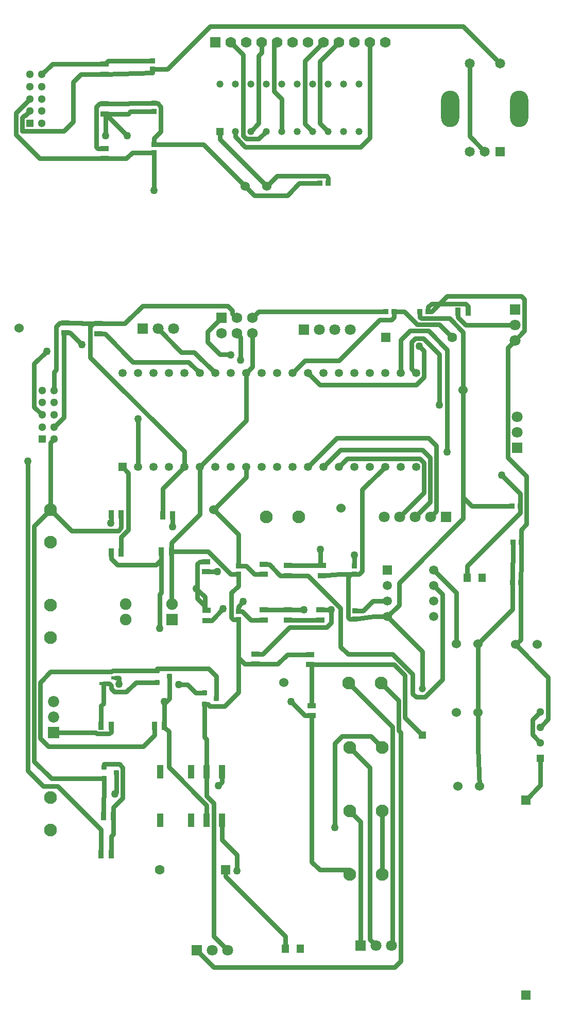
<source format=gtl>
G04*
G04 #@! TF.GenerationSoftware,Altium Limited,Altium Designer,24.4.1 (13)*
G04*
G04 Layer_Physical_Order=1*
G04 Layer_Color=255*
%FSLAX44Y44*%
%MOMM*%
G71*
G04*
G04 #@! TF.SameCoordinates,E03DAD19-A1D4-479A-945F-AA05C0C5925B*
G04*
G04*
G04 #@! TF.FilePolarity,Positive*
G04*
G01*
G75*
%ADD21R,1.0000X2.2000*%
%ADD25C,1.3000*%
%ADD26R,1.3000X1.3000*%
%ADD28C,1.2000*%
%ADD29R,1.2000X1.2000*%
%ADD30R,1.6000X1.6000*%
%ADD31C,1.6000*%
%ADD50C,1.3500*%
%ADD51R,1.3500X1.3500*%
%ADD55R,1.3500X0.8500*%
%ADD56R,0.9500X0.8500*%
%ADD57R,0.8500X0.9500*%
%ADD58R,0.8500X1.3500*%
G04:AMPARAMS|DCode=59|XSize=0.9mm|YSize=0.8mm|CornerRadius=0.1mm|HoleSize=0mm|Usage=FLASHONLY|Rotation=0.000|XOffset=0mm|YOffset=0mm|HoleType=Round|Shape=RoundedRectangle|*
%AMROUNDEDRECTD59*
21,1,0.9000,0.6000,0,0,0.0*
21,1,0.7000,0.8000,0,0,0.0*
1,1,0.2000,0.3500,-0.3000*
1,1,0.2000,-0.3500,-0.3000*
1,1,0.2000,-0.3500,0.3000*
1,1,0.2000,0.3500,0.3000*
%
%ADD59ROUNDEDRECTD59*%
%ADD60R,1.2600X1.4100*%
%ADD61R,1.3400X0.6000*%
%ADD62C,0.7620*%
%ADD63R,1.5000X1.5000*%
%ADD64C,1.5000*%
%ADD65C,1.5240*%
%ADD66C,2.1000*%
%ADD67C,1.2880*%
%ADD68R,1.2880X1.2880*%
%ADD69R,1.8000X1.8000*%
%ADD70C,1.8000*%
%ADD71R,1.5240X1.5240*%
%ADD72R,1.8450X1.8450*%
%ADD73C,1.8450*%
%ADD74R,1.9050X1.9050*%
%ADD75C,1.9050*%
%ADD76C,1.7780*%
%ADD77R,1.7780X1.7780*%
%ADD78C,1.1900*%
%ADD79R,1.1900X1.1900*%
%ADD80R,1.6500X1.6500*%
%ADD81C,1.6500*%
%ADD82O,3.0000X6.0000*%
%ADD83R,1.8000X1.8000*%
%ADD84C,1.7500*%
%ADD85R,1.7500X1.7500*%
%ADD86C,1.2700*%
D21*
X971550Y594990D02*
D03*
X1022350D02*
D03*
X1047750D02*
D03*
X1073150D02*
D03*
Y514990D02*
D03*
X1047750D02*
D03*
X1022350D02*
D03*
X971550D02*
D03*
D25*
X777080Y1739260D02*
D03*
Y1719260D02*
D03*
Y1699260D02*
D03*
Y1679260D02*
D03*
Y1659260D02*
D03*
X757080Y1739260D02*
D03*
Y1719260D02*
D03*
Y1699260D02*
D03*
Y1679260D02*
D03*
X797240Y1220780D02*
D03*
Y1200780D02*
D03*
Y1180780D02*
D03*
Y1160780D02*
D03*
Y1140780D02*
D03*
X777240Y1220780D02*
D03*
Y1200780D02*
D03*
Y1180780D02*
D03*
Y1160780D02*
D03*
D26*
X757080Y1659260D02*
D03*
X777240Y1140780D02*
D03*
D28*
X1402080Y731580D02*
D03*
D29*
Y655320D02*
D03*
D30*
X1342620Y1308100D02*
D03*
X1079270Y434340D02*
D03*
D31*
X1451380Y1308100D02*
D03*
X970510Y434340D02*
D03*
D50*
X909320Y1249362D02*
D03*
X934720D02*
D03*
X960120D02*
D03*
X985520D02*
D03*
X1010920D02*
D03*
X1036320D02*
D03*
X1061720D02*
D03*
X1087120D02*
D03*
X1112520D02*
D03*
X1137920D02*
D03*
X1163320D02*
D03*
X1188720D02*
D03*
X1214120D02*
D03*
X1239520D02*
D03*
X1264920D02*
D03*
X1290320D02*
D03*
X1315720D02*
D03*
X1341120D02*
D03*
X1366520D02*
D03*
X1391920D02*
D03*
Y1095058D02*
D03*
X1366520D02*
D03*
X1341120D02*
D03*
X1315720D02*
D03*
X1290320D02*
D03*
X1264920D02*
D03*
X1239520D02*
D03*
X1214120D02*
D03*
X1188720D02*
D03*
X1163320D02*
D03*
X1137920D02*
D03*
X1112520D02*
D03*
X1087120D02*
D03*
X1061720D02*
D03*
X1036320D02*
D03*
X1010920D02*
D03*
X985520D02*
D03*
X960120D02*
D03*
X934720D02*
D03*
D51*
X909320D02*
D03*
D55*
X1141730Y918850D02*
D03*
Y935350D02*
D03*
X1127760Y771530D02*
D03*
Y788030D02*
D03*
X1220470Y687070D02*
D03*
Y703570D02*
D03*
X1217930Y770890D02*
D03*
Y787390D02*
D03*
X1047750Y843280D02*
D03*
Y859780D02*
D03*
X1046480Y923290D02*
D03*
Y939790D02*
D03*
X1181100Y860420D02*
D03*
Y843920D02*
D03*
Y916940D02*
D03*
Y933440D02*
D03*
X1236980Y916940D02*
D03*
Y933440D02*
D03*
X1234440Y843920D02*
D03*
Y860420D02*
D03*
X1141730Y843920D02*
D03*
Y860420D02*
D03*
X880110Y1739900D02*
D03*
Y1756400D02*
D03*
Y1674500D02*
D03*
Y1691000D02*
D03*
Y1601480D02*
D03*
Y1617980D02*
D03*
X869950Y1313820D02*
D03*
Y1330320D02*
D03*
X815340Y1315090D02*
D03*
Y1331590D02*
D03*
D56*
X1099820Y858520D02*
D03*
Y845020D02*
D03*
Y932980D02*
D03*
Y919480D02*
D03*
X1291590Y859320D02*
D03*
Y845820D02*
D03*
X1290320Y932580D02*
D03*
Y919080D02*
D03*
X958850Y1761890D02*
D03*
Y1748390D02*
D03*
X961390Y1692040D02*
D03*
Y1678540D02*
D03*
Y1624730D02*
D03*
Y1611230D02*
D03*
D57*
X1355490Y1350010D02*
D03*
X1341990D02*
D03*
X1234040Y1560830D02*
D03*
X1247540D02*
D03*
X1563770Y905510D02*
D03*
X1550270D02*
D03*
X1564640Y971550D02*
D03*
X1551140D02*
D03*
X1562900Y1031240D02*
D03*
X1549400D02*
D03*
X1411770Y1350010D02*
D03*
X1398270D02*
D03*
D58*
X890900Y459740D02*
D03*
X874400D02*
D03*
X894710Y521970D02*
D03*
X878210D02*
D03*
X962030Y670560D02*
D03*
X978530D02*
D03*
X874400D02*
D03*
X890900D02*
D03*
X907410Y955040D02*
D03*
X890910D02*
D03*
X989960Y956310D02*
D03*
X973460D02*
D03*
X991860Y1016000D02*
D03*
X975360D02*
D03*
X907410Y1017270D02*
D03*
X890910D02*
D03*
X1461140Y1350010D02*
D03*
X1477640D02*
D03*
D59*
X879160Y602590D02*
D03*
Y583590D02*
D03*
X899160Y593090D02*
D03*
X966470Y760730D02*
D03*
Y741730D02*
D03*
X986470Y751230D02*
D03*
X1044100Y724510D02*
D03*
Y705510D02*
D03*
X1064100Y715010D02*
D03*
D60*
X1201890Y304800D02*
D03*
X1177290D02*
D03*
X1500740Y913130D02*
D03*
X1476140D02*
D03*
D61*
X897890Y749300D02*
D03*
X878190Y739800D02*
D03*
X878090Y758800D02*
D03*
D62*
X991860Y1016000D02*
X991865Y1015995D01*
Y996955D02*
Y1015995D01*
Y996955D02*
X991870Y996950D01*
X1046480Y923290D02*
X1046525Y923245D01*
X1065395D01*
X1065440Y923200D01*
X1050290Y956310D02*
X1087120Y919480D01*
X989960Y956310D02*
X1050290D01*
X1086148Y1279862D02*
X1087120Y1278890D01*
X1069638Y1279862D02*
X1086148D01*
X1049020Y1300480D02*
X1069638Y1279862D01*
X1244600Y832358D02*
X1252220Y839978D01*
X1234440Y860420D02*
X1234760Y860740D01*
X1251900D01*
X1252220Y839978D02*
Y861060D01*
X1251900Y860740D02*
X1252220Y861060D01*
X1184280Y832358D02*
X1244600D01*
X970280Y830580D02*
Y886258D01*
X972820Y888798D01*
Y943102D01*
X1430528Y1363218D02*
X1473322D01*
X1417320D02*
X1430528D01*
X1442974Y1375664D01*
X1417320Y1350010D02*
X1430528Y1363218D01*
X861060Y1330320D02*
X869950D01*
X843280D02*
X861060D01*
X1469390Y1045210D02*
Y1221740D01*
Y1010412D02*
Y1045210D01*
X1265790Y919080D02*
X1285094D01*
X1099820Y725759D02*
Y782320D01*
X903478Y739140D02*
Y749300D01*
X897890D02*
X903478D01*
X881380Y1638808D02*
Y1674500D01*
X918718D01*
X1032606Y894239D02*
X1045210Y881634D01*
X1030986Y895858D02*
X1032606Y894239D01*
X1045210Y859780D02*
Y881634D01*
X1044702Y859780D02*
X1045210D01*
X1032606Y894239D02*
Y936075D01*
Y879396D02*
Y894239D01*
X1044702Y859780D02*
Y867299D01*
X1353058Y309880D02*
Y668782D01*
X1233678Y433832D02*
X1282700D01*
X978530Y706882D02*
X986470Y714822D01*
X978530Y706882D02*
Y709930D01*
X1220470Y770890D02*
X1355852D01*
X1220470Y703570D02*
Y770890D01*
X813054Y1176594D02*
Y1315090D01*
X1234440Y933440D02*
X1236980D01*
X1234440D02*
Y959866D01*
X973460Y953770D02*
Y956310D01*
Y943742D02*
Y953770D01*
X972820Y943102D02*
X973460Y943742D01*
X964438Y934720D02*
X972820Y943102D01*
X966470Y764540D02*
X1051400D01*
X879160Y607314D02*
X904240D01*
X1563770Y811930D02*
Y905510D01*
X1555750Y803910D02*
X1563770Y811930D01*
X1564640Y939400D02*
Y971550D01*
X1563770Y905510D02*
X1564640Y939400D01*
X856742Y1326002D02*
X861060Y1330320D01*
X856742Y1274622D02*
Y1326002D01*
Y1274622D02*
X1010920Y1120444D01*
Y1095058D02*
Y1120444D01*
X1564640Y971550D02*
Y992378D01*
X1573530Y1001268D01*
Y1080262D01*
X1542796Y1110996D02*
X1573530Y1080262D01*
X1542796Y1110996D02*
Y1291336D01*
X1554480Y1303020D01*
X1112520Y1249362D02*
X1122680Y1259522D01*
Y1314450D01*
X1344930Y849630D02*
X1363980Y868680D01*
Y905002D01*
X1469390Y1010412D01*
X1493520Y634492D02*
Y692150D01*
Y634492D02*
X1496060Y571500D01*
X1583436Y680466D02*
X1596390Y693420D01*
X1583436Y655574D02*
Y680466D01*
Y655574D02*
X1596390Y642620D01*
X1493520Y805180D02*
X1550270Y861930D01*
Y905510D01*
X1047750Y554990D02*
Y594990D01*
Y554990D02*
X1059180Y543560D01*
Y325120D02*
Y543560D01*
Y325120D02*
X1082040Y302260D01*
X791210Y1024890D02*
Y1134750D01*
X797240Y1140780D01*
X989960Y956310D02*
Y970788D01*
X1036320Y1017148D01*
Y1095058D01*
X989960Y884550D02*
Y956310D01*
Y884550D02*
X990600Y869950D01*
X1087120Y919480D02*
X1099820D01*
X1322070Y849630D02*
X1344930D01*
X1291590Y845820D02*
X1322070Y849630D01*
X1236980Y916940D02*
X1265790Y919080D01*
X1132840Y1350010D02*
X1341990D01*
X1122680Y1339850D02*
X1132840Y1350010D01*
X1532465Y1081957D02*
X1562900Y1051522D01*
Y1031240D02*
Y1051522D01*
X1200404Y1560830D02*
X1234040D01*
X1180338Y1540764D02*
X1200404Y1560830D01*
X1126236Y1540764D02*
X1180338D01*
X1111250Y1555750D02*
X1126236Y1540764D01*
X881380Y1674500D02*
X917072Y1638808D01*
X880110Y1674500D02*
X881380D01*
X958850Y1742440D02*
Y1748390D01*
X880110Y1739900D02*
X958850Y1742440D01*
X1479950Y1637900D02*
Y1757750D01*
Y1637900D02*
X1504950Y1612900D01*
X1069340Y1633220D02*
X1146810Y1555750D01*
X1069340Y1633220D02*
Y1645920D01*
X1099820Y932980D02*
Y984250D01*
X1059180Y1024890D02*
X1099820Y984250D01*
X1047750Y843280D02*
X1055878D01*
X1075182Y862584D01*
X1290320Y932580D02*
Y950976D01*
X1596390Y572730D02*
Y617220D01*
X1572260Y548600D02*
X1596390Y572730D01*
X1334770Y740410D02*
X1363218Y711962D01*
Y663045D02*
Y711962D01*
Y663045D02*
X1366774Y659489D01*
Y284480D02*
Y659489D01*
X1356614Y274320D02*
X1366774Y284480D01*
X1059180Y274320D02*
X1356614D01*
X1031240Y302260D02*
X1059180Y274320D01*
X1315974Y319786D02*
X1325880Y309880D01*
X1315974Y319786D02*
Y601726D01*
X1282700Y635000D02*
X1315974Y601726D01*
X1300480Y309880D02*
Y513080D01*
X1282700Y530860D02*
X1300480Y513080D01*
X899160Y560832D02*
Y593090D01*
X897128Y558800D02*
X899160Y560832D01*
X907410Y955040D02*
Y980186D01*
X919226Y992002D01*
Y1085152D01*
X909320Y1095058D02*
X919226Y1085152D01*
X934720Y1095058D02*
Y1174496D01*
X1461140Y1340480D02*
Y1350010D01*
Y1340480D02*
X1473200Y1328420D01*
X1554480D01*
X1373378Y684022D02*
X1402080Y655320D01*
X1373378Y684022D02*
Y753364D01*
X1355852Y770890D02*
X1373378Y753364D01*
X1217930Y770890D02*
X1220470D01*
X1443482Y1120140D02*
Y1287424D01*
X1412392Y1318514D02*
X1443482Y1287424D01*
X1381760Y1318514D02*
X1412392D01*
X1366520Y1303274D02*
X1381760Y1318514D01*
X1366520Y1249362D02*
Y1303274D01*
X1049020Y1316990D02*
X1071880Y1339850D01*
X1049020Y1300480D02*
Y1316990D01*
X1397508Y1293114D02*
X1405128Y1285494D01*
Y1242822D02*
Y1285494D01*
X1391920Y1229614D02*
X1405128Y1242822D01*
X1233868Y1229614D02*
X1391920D01*
X1214120Y1249362D02*
X1233868Y1229614D01*
X764286Y1264412D02*
X785114Y1285240D01*
X764286Y1193734D02*
Y1264412D01*
Y1193734D02*
X777240Y1180780D01*
X1139952Y788030D02*
X1184280Y832358D01*
X1127760Y788030D02*
X1139952D01*
X1181100Y916940D02*
X1214628D01*
X1267968Y863600D01*
Y799846D02*
Y863600D01*
Y799846D02*
X1280160Y787654D01*
X1353566D01*
X1386586Y754634D01*
Y723138D02*
Y754634D01*
Y723138D02*
X1391920Y717804D01*
X1406398D01*
X1435100Y746506D01*
Y886460D01*
X1421130Y900430D02*
X1435100Y886460D01*
X1315720Y1635506D02*
Y1791970D01*
X1300480Y1620266D02*
X1315720Y1635506D01*
X1111359Y1620266D02*
X1300480D01*
X1094740Y1636885D02*
X1111359Y1620266D01*
X1094740Y1636885D02*
Y1645920D01*
X1282954Y845820D02*
X1291590D01*
X1280414Y848360D02*
X1282954Y845820D01*
X1280414Y848360D02*
Y914400D01*
X1285094Y919080D01*
X1290320D01*
X823336Y1315090D02*
X842518Y1295908D01*
X815340Y1315090D02*
X823336D01*
X1355490Y1350010D02*
X1372616D01*
X1393952Y1328674D01*
X1430806D01*
X1451380Y1308100D01*
X1398270Y1341120D02*
Y1350010D01*
Y1341120D02*
X1400556Y1338834D01*
X1447039D01*
X1469390Y1316483D01*
Y1221740D02*
Y1316483D01*
X1384808Y1256475D02*
X1391920Y1249362D01*
X1384808Y1256475D02*
Y1300480D01*
X1390650Y1306322D01*
X1404138D01*
X1430782Y1279678D01*
Y1197102D02*
Y1279678D01*
X792582Y583590D02*
X879160D01*
X764032Y612140D02*
X792582Y583590D01*
X764032Y612140D02*
Y997712D01*
X791210Y1024890D01*
X874400Y459740D02*
Y499994D01*
X803148Y571246D02*
X874400Y499994D01*
X779272Y571246D02*
X803148D01*
X753872Y596646D02*
X779272Y571246D01*
X753872Y596646D02*
Y1104392D01*
X1239520Y1095058D02*
X1267905Y1123442D01*
X1402080D01*
X1415288Y1110234D01*
Y1038098D02*
Y1110234D01*
X1390650Y1013460D02*
X1415288Y1038098D01*
X1264920Y1095058D02*
X1278827Y1108964D01*
X1398524D01*
X1405128Y1102360D01*
Y1053338D02*
Y1102360D01*
X1365250Y1013460D02*
X1405128Y1053338D01*
X1416050Y1013460D02*
X1425448Y1022858D01*
Y1129792D01*
X1412240Y1143000D02*
X1425448Y1129792D01*
X1262063Y1143000D02*
X1412240D01*
X1214120Y1095058D02*
X1262063Y1143000D01*
X1209040Y687070D02*
X1220470D01*
X1186180Y709930D02*
X1209040Y687070D01*
X1318006Y653034D02*
X1336040Y635000D01*
X1270000Y653034D02*
X1318006D01*
X1258316Y641350D02*
X1270000Y653034D01*
X1258316Y503936D02*
Y641350D01*
X1073150Y578358D02*
Y594990D01*
X1066800Y572008D02*
X1073150Y578358D01*
X1177290Y304800D02*
Y324752D01*
X1079270Y422772D02*
X1177290Y324752D01*
X1079270Y422772D02*
Y434340D01*
X1073150Y483108D02*
Y514990D01*
Y483108D02*
X1097280Y458978D01*
Y432562D02*
Y458978D01*
X1045210Y859780D02*
X1047750D01*
X1032606Y879396D02*
X1044702Y867299D01*
X1032606Y936075D02*
X1036320Y939790D01*
X1046480D01*
X961390Y1549146D02*
Y1611230D01*
X869950Y1330320D02*
X913252D01*
X942848Y1359916D01*
X1082040D01*
X1090168Y1351788D01*
Y1346962D02*
Y1351788D01*
Y1346962D02*
X1097280Y1339850D01*
X1234186Y1761236D02*
X1264920Y1791970D01*
X1234186Y1658874D02*
Y1761236D01*
Y1658874D02*
X1247140Y1645920D01*
X1103630Y1270508D02*
Y1308100D01*
X1097280Y1314450D02*
X1103630Y1308100D01*
X1209294Y1658366D02*
X1221740Y1645920D01*
X1209294Y1658366D02*
Y1761744D01*
X1239520Y1791970D01*
X1170940Y1645920D02*
Y1699006D01*
X1158494Y1711452D02*
X1170940Y1699006D01*
X1158494Y1711452D02*
Y1787144D01*
X1163320Y1791970D01*
X1133094Y1633474D02*
X1145540Y1645920D01*
X1112520Y1633474D02*
X1133094D01*
X1107440Y1638554D02*
X1112520Y1633474D01*
X1107440Y1638554D02*
Y1771650D01*
X1087120Y1791970D02*
X1107440Y1771650D01*
X958850Y1748390D02*
X983488D01*
X1053230Y1818132D01*
X1469568D01*
X1529950Y1757750D01*
X1137920Y1774952D02*
Y1791970D01*
X1133094Y1770126D02*
X1137920Y1774952D01*
X1133094Y1658874D02*
Y1770126D01*
X1120140Y1645920D02*
X1133094Y1658874D01*
X1181100Y860420D02*
X1207770D01*
X797240Y1220780D02*
Y1251269D01*
X800703Y1254732D01*
Y1325880D01*
X806413Y1331590D01*
X815340D01*
X869950Y1313820D02*
X880486D01*
X926846Y1267460D01*
X1018223D01*
X1036320Y1249362D01*
X734070Y1676250D02*
X757080Y1699260D01*
X734070Y1640840D02*
Y1676250D01*
Y1640840D02*
X773429Y1601480D01*
X880110D01*
X749930Y1672110D02*
X757080Y1679260D01*
X747560Y1672110D02*
X749930D01*
X744230Y1668780D02*
X747560Y1672110D01*
X744230Y1646410D02*
Y1668780D01*
Y1646410D02*
X744465Y1646174D01*
X812800D01*
X828802Y1662176D01*
Y1727200D01*
X841502Y1739900D01*
X880110D01*
X961390Y1624730D02*
X1042270D01*
X1111250Y1555750D01*
X1476140Y913130D02*
Y933088D01*
X1562900Y1019848D01*
Y1031240D01*
X1188720Y1249362D02*
X1209358Y1270000D01*
X1265174D01*
X1332122Y1336948D01*
X1351318D01*
X1355490Y1341120D01*
Y1350010D01*
X893360Y760730D02*
X966470D01*
X891430Y758800D02*
X893360Y760730D01*
X878090Y758800D02*
X891430D01*
X931278Y741730D02*
X966470D01*
X915988Y726440D02*
X931278Y741730D01*
X895858Y726440D02*
X915988D01*
X890778Y731520D02*
X895858Y726440D01*
X890778Y731520D02*
Y736600D01*
X887578Y739800D02*
X890778Y736600D01*
X878190Y739800D02*
X887578D01*
X1002284Y737870D02*
X1016356D01*
X1029716Y724510D01*
X1044100D01*
X1469390Y1045210D02*
X1483360Y1031240D01*
X1549400D01*
X962030Y654690D02*
Y670560D01*
X943864Y636524D02*
X962030Y654690D01*
X787908Y636524D02*
X943864D01*
X774192Y650240D02*
X787908Y636524D01*
X774192Y650240D02*
Y741680D01*
X791312Y758800D01*
X878090D01*
X966470Y760730D02*
Y764540D01*
X1051400D02*
X1064100Y751840D01*
Y715010D02*
Y751840D01*
X1076960Y702899D02*
X1099820Y725759D01*
X1053155Y702899D02*
X1076960D01*
X1050544Y705510D02*
X1053155Y702899D01*
X1044100Y705510D02*
X1050544D01*
X967740Y1322070D02*
X1006094Y1283716D01*
X1027366D01*
X1061720Y1249362D01*
X1099820Y858520D02*
Y866140D01*
X1107948Y874268D01*
X907410Y995040D02*
Y1017270D01*
X902970Y990600D02*
X907410Y995040D01*
X825500Y990600D02*
X902970D01*
X791210Y1024890D02*
X825500Y990600D01*
X890270Y1003300D02*
X890910Y1003940D01*
Y1017270D01*
X1247540Y1560830D02*
Y1569828D01*
X1244600Y1572768D02*
X1247540Y1569828D01*
X1163828Y1572768D02*
X1244600D01*
X1146810Y1555750D02*
X1163828Y1572768D01*
X879160Y602590D02*
Y607314D01*
X904240D02*
X910082Y601472D01*
Y552074D02*
Y601472D01*
X894710Y536702D02*
X910082Y552074D01*
X894710Y521970D02*
Y536702D01*
X1126612Y918850D02*
X1141730D01*
X1112482Y932980D02*
X1126612Y918850D01*
X1099820Y932980D02*
X1112482D01*
X1099820Y858520D02*
X1106048D01*
X1120648Y843920D01*
X1141730D01*
X961390Y1692040D02*
X967086D01*
X972566Y1686560D01*
Y1645666D02*
Y1686560D01*
X961390Y1634490D02*
X972566Y1645666D01*
X961390Y1624730D02*
Y1634490D01*
X885600Y1761890D02*
X958850D01*
X880110Y1756400D02*
X885600Y1761890D01*
X1554480Y1303020D02*
X1569974Y1318514D01*
Y1370330D01*
X1564640Y1375664D02*
X1569974Y1370330D01*
X1442974Y1375664D02*
X1564640D01*
X1411770Y1350010D02*
X1417320D01*
X1112520Y1078230D02*
Y1095058D01*
X1059180Y1024890D02*
X1112520Y1078230D01*
Y1171257D02*
Y1249362D01*
X1036320Y1095058D02*
X1112520Y1171257D01*
X1402080Y731580D02*
Y792480D01*
X1344930Y849630D02*
X1402080Y792480D01*
X1169162Y916940D02*
X1181100D01*
X1150752Y935350D02*
X1169162Y916940D01*
X1141730Y935350D02*
X1150752D01*
X975360Y1016000D02*
Y1059498D01*
X1010920Y1095058D01*
X1047750Y514990D02*
Y540258D01*
X985774Y602234D02*
X1047750Y540258D01*
X985774Y602234D02*
Y660776D01*
X978530Y668020D02*
X985774Y660776D01*
X978530Y668020D02*
Y670560D01*
X1110610Y771530D02*
X1127760D01*
X1099820Y782320D02*
X1110610Y771530D01*
X1099820Y782320D02*
Y845020D01*
X1421130Y925830D02*
X1457960Y889000D01*
Y805180D02*
Y889000D01*
X1555750Y803910D02*
X1609344Y750316D01*
Y680974D02*
Y750316D01*
X1596390Y668020D02*
X1609344Y680974D01*
X1321016Y875030D02*
X1344930D01*
X1305306Y859320D02*
X1321016Y875030D01*
X1291590Y859320D02*
X1305306D01*
X1303782Y1057719D02*
X1341120Y1095058D01*
X1303782Y924560D02*
Y1057719D01*
X1298302Y919080D02*
X1303782Y924560D01*
X1290320Y919080D02*
X1298302D01*
X1282700Y426720D02*
Y433832D01*
X1220470Y447040D02*
X1233678Y433832D01*
X1220470Y447040D02*
Y687070D01*
X777080Y1739260D02*
X794220Y1756400D01*
X880110D01*
X1351280Y309880D02*
X1353058D01*
X1281430Y740410D02*
X1353058Y668782D01*
X890900Y660400D02*
Y670560D01*
X887852Y657352D02*
X890900Y660400D01*
X867410Y657352D02*
X887852D01*
X865632Y659130D02*
X867410Y657352D01*
X796290Y659130D02*
X865632D01*
X813054Y1315090D02*
X815340D01*
X797240Y1160780D02*
X813054Y1176594D01*
X890910Y944880D02*
Y955040D01*
Y944880D02*
X901070Y934720D01*
X964438D01*
X1099820Y900176D02*
Y919480D01*
X1088644Y889000D02*
X1099820Y900176D01*
X1088644Y848360D02*
Y889000D01*
Y848360D02*
X1091984Y845020D01*
X1099820D01*
X869442Y1617980D02*
X880110D01*
X866902Y1620520D02*
X869442Y1617980D01*
X866902Y1620520D02*
Y1686682D01*
X871220Y1691000D01*
X880110D01*
X1477640Y1350010D02*
Y1358900D01*
X1473322Y1363218D02*
X1477640Y1358900D01*
X1411770Y1357668D02*
X1417320Y1363218D01*
X1411770Y1350010D02*
Y1357668D01*
X842010Y1331590D02*
X843280Y1330320D01*
X815340Y1331590D02*
X842010D01*
X1336040Y426720D02*
Y530860D01*
X1551140Y938892D02*
Y971550D01*
X1550270Y938022D02*
X1551140Y938892D01*
X1550270Y905510D02*
Y938022D01*
X1493520Y692150D02*
Y805180D01*
X879160Y553146D02*
Y583590D01*
X878210Y552196D02*
X879160Y553146D01*
X878210Y521970D02*
Y552196D01*
X1044100Y651858D02*
Y705510D01*
Y651858D02*
X1047750Y648208D01*
Y594990D02*
Y648208D01*
X1180704Y787390D02*
X1217930D01*
X1164844Y771530D02*
X1180704Y787390D01*
X1127760Y771530D02*
X1164844D01*
X925420Y1611230D02*
X961390D01*
X915670Y1601480D02*
X925420Y1611230D01*
X880110Y1601480D02*
X915670D01*
X921028Y1692040D02*
X961390D01*
X919988Y1691000D02*
X921028Y1692040D01*
X880110Y1691000D02*
X919988D01*
X922758Y1678540D02*
X961390D01*
X918718Y1674500D02*
X922758Y1678540D01*
X986470Y714822D02*
Y751230D01*
X978530Y670560D02*
Y706882D01*
X1141730Y860420D02*
X1181100D01*
Y933440D02*
X1234440D01*
X1181100Y843920D02*
X1234440D01*
X878190Y706862D02*
Y739800D01*
X874400Y703072D02*
X878190Y706862D01*
X874400Y670560D02*
Y703072D01*
X894710Y492760D02*
Y521970D01*
X890900Y488950D02*
X894710Y492760D01*
X890900Y459740D02*
Y488950D01*
D63*
X1344930Y925830D02*
D03*
D64*
Y900430D02*
D03*
Y875030D02*
D03*
Y849630D02*
D03*
X1421130Y925830D02*
D03*
Y900430D02*
D03*
Y875030D02*
D03*
Y849630D02*
D03*
D65*
X1174750Y741680D02*
D03*
X1496060Y571500D02*
D03*
X1460500D02*
D03*
X1493520Y692150D02*
D03*
X1457960D02*
D03*
X1059180Y1024890D02*
D03*
X1268730Y1027430D02*
D03*
X1146810Y1555750D02*
D03*
X1111250D02*
D03*
X1591310Y803910D02*
D03*
X1555750D02*
D03*
X739140Y1323340D02*
D03*
X1493520Y805180D02*
D03*
X1457960D02*
D03*
X1469390Y1221740D02*
D03*
D66*
X1336040Y635000D02*
D03*
X1282700D02*
D03*
X1334770Y740410D02*
D03*
X1281430D02*
D03*
X1336040Y426720D02*
D03*
X1282700D02*
D03*
X1336040Y530860D02*
D03*
X1282700D02*
D03*
X791210Y499110D02*
D03*
Y552450D02*
D03*
Y815340D02*
D03*
Y868680D02*
D03*
Y971550D02*
D03*
Y1024890D02*
D03*
X1145540Y1013460D02*
D03*
X1198880D02*
D03*
D67*
X1596390Y693420D02*
D03*
Y668020D02*
D03*
Y642620D02*
D03*
D68*
Y617220D02*
D03*
D69*
X1031240Y302260D02*
D03*
X1300480Y309880D02*
D03*
X1441450Y1013460D02*
D03*
X1207770Y1320800D02*
D03*
X942340Y1322070D02*
D03*
D70*
X1056640Y302260D02*
D03*
X1082040D02*
D03*
X1325880Y309880D02*
D03*
X1351280D02*
D03*
X1558290Y1151890D02*
D03*
Y1177290D02*
D03*
X1554480Y1328420D02*
D03*
Y1303020D02*
D03*
X1390650Y1013460D02*
D03*
X1416050D02*
D03*
X1365250D02*
D03*
X1339850D02*
D03*
X1258570Y1320800D02*
D03*
X1233170D02*
D03*
X1283970D02*
D03*
X967740Y1322070D02*
D03*
X993140D02*
D03*
D71*
X1572260Y548600D02*
D03*
Y228600D02*
D03*
D72*
X796290Y659130D02*
D03*
D73*
Y684530D02*
D03*
Y709930D02*
D03*
D74*
X990600Y844550D02*
D03*
D75*
Y869950D02*
D03*
X914400D02*
D03*
Y844550D02*
D03*
D76*
X1214120Y1791970D02*
D03*
X1239520D02*
D03*
X1264920D02*
D03*
X1290320D02*
D03*
X1315720D02*
D03*
X1341120D02*
D03*
X1188720D02*
D03*
X1163320D02*
D03*
X1137920D02*
D03*
X1112520D02*
D03*
X1087120D02*
D03*
D77*
X1061720D02*
D03*
D78*
X1069340Y1723720D02*
D03*
X1094740D02*
D03*
X1120140D02*
D03*
X1145540D02*
D03*
X1170940D02*
D03*
X1196340D02*
D03*
X1221740D02*
D03*
X1247140D02*
D03*
X1272540D02*
D03*
X1297940D02*
D03*
Y1645920D02*
D03*
X1272540D02*
D03*
X1247140D02*
D03*
X1221740D02*
D03*
X1196340D02*
D03*
X1170940D02*
D03*
X1145540D02*
D03*
X1120140D02*
D03*
X1094740D02*
D03*
D79*
X1069340D02*
D03*
D80*
X1529950Y1612750D02*
D03*
D81*
X1479950D02*
D03*
X1529950Y1757750D02*
D03*
X1504950Y1612900D02*
D03*
X1479950Y1757750D02*
D03*
D82*
X1561950Y1682750D02*
D03*
X1447950D02*
D03*
D83*
X1558290Y1126490D02*
D03*
X1554480Y1353820D02*
D03*
D84*
X1122680Y1339850D02*
D03*
X1097280D02*
D03*
X1071880Y1314450D02*
D03*
X1097280D02*
D03*
X1122680D02*
D03*
D85*
X1071880Y1339850D02*
D03*
D86*
X991870Y996950D02*
D03*
X1065440Y923200D02*
D03*
X1087120Y1278890D02*
D03*
X1252220Y861060D02*
D03*
X970280Y830580D02*
D03*
X903478Y739140D02*
D03*
X1532465Y1081957D02*
D03*
X917072Y1638808D02*
D03*
X1075182Y862584D02*
D03*
X897128Y558800D02*
D03*
X934720Y1174496D02*
D03*
X1443482Y1120140D02*
D03*
X1397508Y1293114D02*
D03*
X785114Y1285240D02*
D03*
X842518Y1295908D02*
D03*
X1430782Y1197102D02*
D03*
X753872Y1104392D02*
D03*
X1186180Y709930D02*
D03*
X1258316Y503936D02*
D03*
X1066800Y572008D02*
D03*
X1097280Y432562D02*
D03*
X1030986Y895858D02*
D03*
X961390Y1549146D02*
D03*
X1103630Y1270508D02*
D03*
X1234440Y959866D02*
D03*
X1207770Y860420D02*
D03*
X978530Y709930D02*
D03*
X1290320Y950976D02*
D03*
X1002284Y737870D02*
D03*
X1107948Y874268D02*
D03*
X890270Y1003300D02*
D03*
X881380Y1638808D02*
D03*
M02*

</source>
